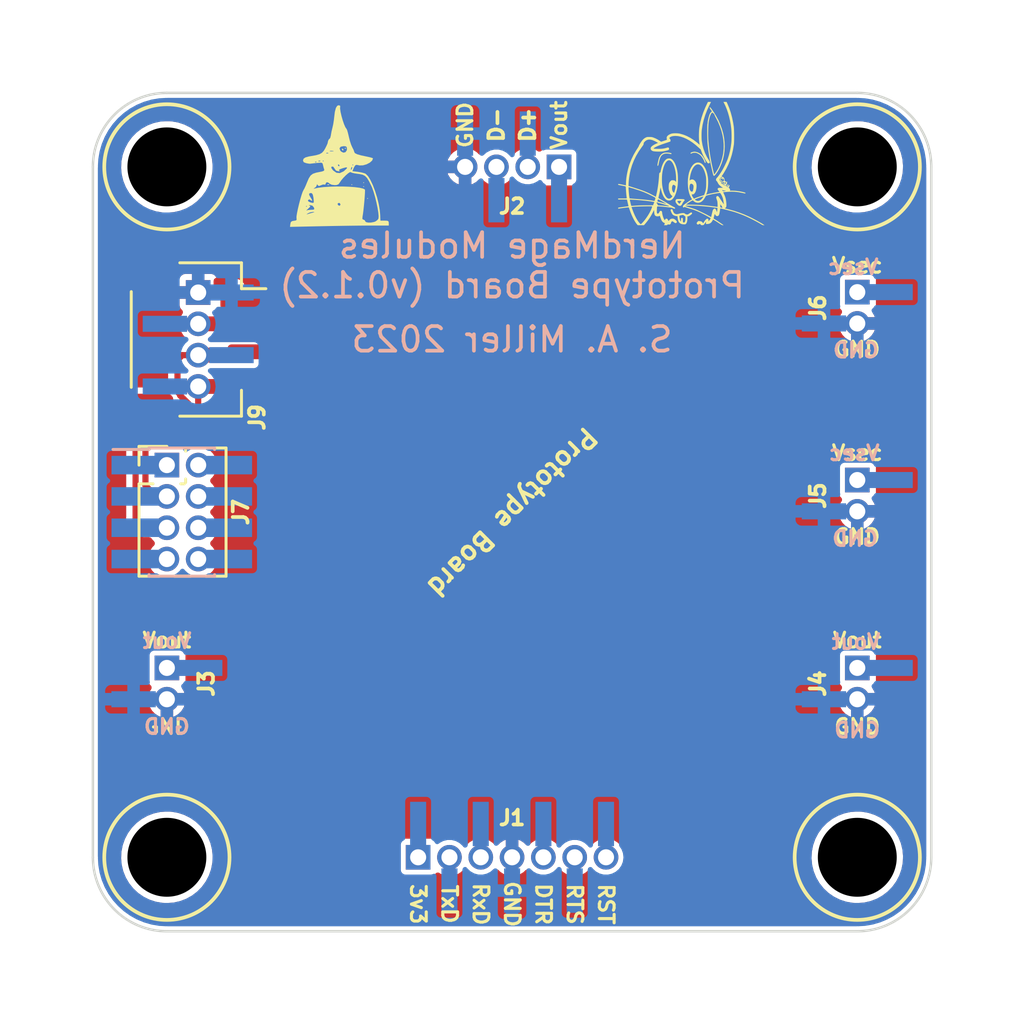
<source format=kicad_pcb>
(kicad_pcb (version 20211014) (generator pcbnew)
  (title_block (title "Prototype Board") (rev "0.1.2") (company "The Nerd Mage"))
  (layers (0 "F.Cu" signal) (31 "B.Cu" signal) (34 "B.Paste" user) (35 "F.Paste" user) (36 "B.SilkS" user "B.Silkscreen") (37 "F.SilkS" user "F.Silkscreen") (38 "B.Mask" user) (39 "F.Mask" user) (44 "Edge.Cuts" user))
  (net 0 "")
  (net 1 "UD+")
  (net 2 "UD-")
  (net 3 "GND")
  (net 4 "Vout")
  (net 9 "SDA")
  (net 10 "SCL")
  (net 11 "RESET")
  (net 12 "ATTACH")
  (net 13 "POWER_OK2")
  (net 14 "POWER_OK3")
  (net 15 "ALERT")
  (net 16 "GPIO")
  (net 17 "Vcc?")
  (net 18 "+3V3")
  (net 19 "IO3")
  (net 20 "IO1")
  (net 21 "/DTR")
  (net 22 "/RTS")
  (net 23 "RST")
  (footprint "Tinker:Mount" (layer "F.Cu") (at 114 114)
    (fp_text reference "REF**" hide)
    (fp_text value "Mount" hide)
    (pad "" np_thru_hole circle (at 0 0) (size 3.2 3.2) (drill 3.2) (layers *.Mask))
  )
  (footprint "Tinker:QWIIC_Stack_II" (layer "F.Cu") (at 87.27 93 -90)
    (fp_text reference "J9" (at 3.158643 -2.390416 90) (layer "F.SilkS") (effects (font (size 0.6 0.6))))
    (fp_text value "QWIIC_Stackable")
    (pad "1" smd rect (at -1.905 -1.35) (size 1.8 0.65) (layers "B.Cu" "B.Paste" "B.Mask") (net 3 "GND"))
    (pad "1" smd roundrect (at -1.5 -1.97 270) (size 0.6 1.55) (layers "F.Cu" "F.Paste" "F.Mask") (net 3 "GND"))
    (pad "1" thru_hole rect (at -1.905 0) (size 1 1) (drill 0.65) (layers *.Cu *.Mask) (net 3 "GND"))
    (pad "1" smd roundrect (at -1.905 -0.877656 270) (size 0.6 1.55) (layers "F.Cu" "F.Paste" "F.Mask") (net 3 "GND"))
    (pad "2" smd roundrect (at -0.5 -1.97 270) (size 0.6 1.55) (layers "F.Cu" "F.Paste" "F.Mask") (net 17 "Vcc?"))
    (pad "2" smd rect (at -0.635 1.35) (size 1.8 0.65) (layers "B.Cu" "B.Paste" "B.Mask") (net 17 "Vcc?"))
    (pad "2" thru_hole oval (at -0.635 0) (size 1 1) (drill 0.65) (layers *.Cu *.Mask) (net 17 "Vcc?"))
    (pad "2" smd roundrect (at -0.635 -0.877656 270) (size 0.6 1.55) (layers "F.Cu" "F.Paste" "F.Mask") (net 17 "Vcc?"))
    (pad "3" smd rect (at 0.635 -1.35) (size 1.8 0.65) (layers "B.Cu" "B.Paste" "B.Mask") (net 9 "SDA"))
    (pad "3" smd roundrect (at 0.5 -1.97 270) (size 0.6 1.55) (layers "F.Cu" "F.Paste" "F.Mask") (net 9 "SDA"))
    (pad "3" thru_hole oval (at 0.635 0) (size 1 1) (drill 0.65) (layers *.Cu *.Mask) (net 9 "SDA"))
    (pad "3" smd roundrect (at 0.635 -0.877656 270) (size 0.6 1.55) (layers "F.Cu" "F.Paste" "F.Mask") (net 9 "SDA"))
    (pad "4" smd rect (at 1.905 1.35) (size 1.8 0.65) (layers "B.Cu" "B.Paste" "B.Mask") (net 10 "SCL"))
    (pad "4" thru_hole oval (at 1.905 0) (size 1 1) (drill 0.65) (layers *.Cu *.Mask) (net 10 "SCL"))
    (pad "4" smd roundrect (at 1.5 -1.97 270) (size 0.6 1.55) (layers "F.Cu" "F.Paste" "F.Mask") (net 10 "SCL"))
    (pad "4" smd roundrect (at 1.905 -0.877656 270) (size 0.6 1.55) (layers "F.Cu" "F.Paste" "F.Mask") (net 10 "SCL"))
    (pad "MP" smd roundrect (at -2.8 1.905 270) (size 1.2 1.8) (layers "F.Cu" "F.Paste" "F.Mask") (roundrect_rratio 0.208333) (net 3 "GND"))
    (pad "MP" smd roundrect (at 2.8 1.905 270) (size 1.2 1.8) (layers "F.Cu" "F.Paste" "F.Mask") (roundrect_rratio 0.208333) (net 3 "GND"))
  )
  (footprint "Tinker:PinHeader_2x04_P1.27mm_Vertical" (layer "F.Cu") (at 86 98.095)
    (fp_text reference "J7" (at 3 1.905 90) (layer "F.SilkS") (effects (font (size 0.6 0.6))))
    (fp_text value "Conn_01x08_Male" hide)
    (pad "1" smd rect (at -1.195 0) (size 2.1 0.75) (layers "B.Cu" "B.Paste" "B.Mask") (net 11 "RESET"))
    (pad "1" thru_hole rect (at 0 0) (size 1 1) (drill 0.65) (layers *.Cu *.Mask) (net 11 "RESET"))
    (pad "2" smd rect (at 2.405 0) (size 2.1 0.75) (layers "B.Cu" "B.Paste" "B.Mask") (net 12 "ATTACH"))
    (pad "2" thru_hole oval (at 1.27 0) (size 1 1) (drill 0.65) (layers *.Cu *.Mask) (net 12 "ATTACH"))
    (pad "3" smd rect (at -1.195 1.27) (size 2.1 0.75) (layers "B.Cu" "B.Paste" "B.Mask") (net 10 "SCL"))
    (pad "3" thru_hole oval (at 0 1.27) (size 1 1) (drill 0.65) (layers *.Cu *.Mask) (net 10 "SCL"))
    (pad "4" thru_hole oval (at 1.27 1.27) (size 1 1) (drill 0.65) (layers *.Cu *.Mask) (net 13 "POWER_OK2"))
    (pad "4" smd rect (at 2.405 1.27) (size 2.1 0.75) (layers "B.Cu" "B.Paste" "B.Mask") (net 13 "POWER_OK2"))
    (pad "5" thru_hole oval (at 0 2.54) (size 1 1) (drill 0.65) (layers *.Cu *.Mask) (net 9 "SDA"))
    (pad "5" smd rect (at -1.195 2.54) (size 2.1 0.75) (layers "B.Cu" "B.Paste" "B.Mask") (net 9 "SDA"))
    (pad "6" smd rect (at 2.405 2.54) (size 2.1 0.75) (layers "B.Cu" "B.Paste" "B.Mask") (net 14 "POWER_OK3"))
    (pad "6" thru_hole oval (at 1.27 2.54) (size 1 1) (drill 0.65) (layers *.Cu *.Mask) (net 14 "POWER_OK3"))
    (pad "7" smd rect (at -1.195 3.81) (size 2.1 0.75) (layers "B.Cu" "B.Paste" "B.Mask") (net 15 "ALERT"))
    (pad "7" thru_hole oval (at 0 3.81) (size 1 1) (drill 0.65) (layers *.Cu *.Mask) (net 15 "ALERT"))
    (pad "8" thru_hole oval (at 1.27 3.81) (size 1 1) (drill 0.65) (layers *.Cu *.Mask) (net 16 "GPIO"))
    (pad "8" smd rect (at 2.405 3.81) (size 2.1 0.75) (layers "B.Cu" "B.Paste" "B.Mask") (net 16 "GPIO"))
  )
  (footprint "Tinker:Mount" (layer "F.Cu") (at 86 114)
    (fp_text reference "REF**" hide)
    (fp_text value "Mount" hide)
    (pad "" np_thru_hole circle (at 0 0) (size 3.2 3.2) (drill 3.2) (layers *.Mask))
  )
  (footprint "Tinker:DagNabbit" (layer "F.Cu") (at 107 86.5)
    (fp_text reference "REF**" hide)
    (fp_text value "DagNabbit" hide)
  )
  (footprint "Tinker:Board_Stacker_2" (layer "F.Cu") (at 114 106.32)
    (fp_text reference "J4" (at -1.6 0.635 90) (layer "F.SilkS") (effects (font (size 0.6 0.6))))
    (fp_text value "Conn_01x02_Male")
    (pad "1" thru_hole rect (at 0 0) (size 1 1) (drill 0.65) (layers *.Cu *.Mask))
    (pad "1" smd rect (at 1.35 0) (size 1.8 0.65) (layers "B.Cu" "B.Paste" "B.Mask"))
    (pad "2" thru_hole oval (at 0 1.27) (size 1 1) (drill 0.65) (layers *.Cu *.Mask) (net 3 "GND"))
    (pad "2" smd rect (at -1.35 1.27) (size 1.8 0.65) (layers "B.Cu" "B.Paste" "B.Mask") (net 3 "GND"))
  )
  (footprint "Tinker:Mount" (layer "F.Cu") (at 114 86)
    (fp_text reference "REF**" hide)
    (fp_text value "Mount" hide)
    (pad "" np_thru_hole circle (at 0 0) (size 3.2 3.2) (drill 3.2) (layers *.Mask))
  )
  (footprint "Tinker:Board_Stacker_4" (layer "F.Cu") (at 101.905 86 -90)
    (fp_text reference "J2" (at 1.6 1.905) (layer "F.SilkS") (effects (font (size 0.6 0.6))))
    (fp_text value "Conn_01x04_Male")
    (pad "1" smd rect (at 1.35 0 270) (size 1.8 0.65) (layers "B.Cu" "B.Paste" "B.Mask") (net 4 "Vout"))
    (pad "1" thru_hole rect (at 0 0 270) (size 1 1) (drill 0.65) (layers *.Cu *.Mask) (net 4 "Vout"))
    (pad "2" thru_hole oval (at 0 1.27 270) (size 1 1) (drill 0.65) (layers *.Cu *.Mask) (net 1 "UD+"))
    (pad "2" smd rect (at -1.35 1.27 270) (size 1.8 0.65) (layers "B.Cu" "B.Paste" "B.Mask") (net 1 "UD+"))
    (pad "3" thru_hole oval (at 0 2.54 270) (size 1 1) (drill 0.65) (layers *.Cu *.Mask) (net 2 "UD-"))
    (pad "3" smd rect (at 1.35 2.54 270) (size 1.8 0.65) (layers "B.Cu" "B.Paste" "B.Mask") (net 2 "UD-"))
    (pad "4" thru_hole oval (at 0 3.81 270) (size 1 1) (drill 0.65) (layers *.Cu *.Mask) (net 3 "GND"))
    (pad "4" smd rect (at -1.35 3.81 270) (size 1.8 0.65) (layers "B.Cu" "B.Paste" "B.Mask") (net 3 "GND"))
  )
  (footprint "Tinker:Board_Stacker_2" (layer "F.Cu") (at 86 106.32)
    (fp_text reference "J3" (at 1.6 0.635 90) (layer "F.SilkS") (effects (font (size 0.6 0.6))))
    (fp_text value "Conn_01x02_Male")
    (pad "1" smd rect (at 1.35 0) (size 1.8 0.65) (layers "B.Cu" "B.Paste" "B.Mask"))
    (pad "1" thru_hole rect (at 0 0) (size 1 1) (drill 0.65) (layers *.Cu *.Mask))
    (pad "2" smd rect (at -1.35 1.27) (size 1.8 0.65) (layers "B.Cu" "B.Paste" "B.Mask") (net 3 "GND"))
    (pad "2" thru_hole oval (at 0 1.27) (size 1 1) (drill 0.65) (layers *.Cu *.Mask) (net 3 "GND"))
  )
  (footprint "Tinker:Board_Stacker_7" (layer "F.Cu") (at 96.19 114 90)
    (fp_text reference "J1" (at 1.6 3.81) (layer "F.SilkS") (effects (font (size 0.6 0.6))))
    (fp_text value "Conn_01x07_Male")
    (pad "1" thru_hole rect (at 0 0 90) (size 1 1) (drill 0.65) (layers *.Cu *.Mask) (net 18 "+3V3"))
    (pad "1" smd rect (at 1.35 0 90) (size 1.8 0.65) (layers "B.Cu" "B.Paste" "B.Mask") (net 18 "+3V3"))
    (pad "2" smd rect (at -1.35 1.27 90) (size 1.8 0.65) (layers "B.Cu" "B.Paste" "B.Mask") (net 19 "IO3"))
    (pad "2" thru_hole oval (at 0 1.27 90) (size 1 1) (drill 0.65) (layers *.Cu *.Mask) (net 19 "IO3"))
    (pad "3" thru_hole oval (at 0 2.54 90) (size 1 1) (drill 0.65) (layers *.Cu *.Mask) (net 20 "IO1"))
    (pad "3" smd rect (at 1.35 2.54 90) (size 1.8 0.65) (layers "B.Cu" "B.Paste" "B.Mask") (net 20 "IO1"))
    (pad "4" thru_hole oval (at 0 3.81 90) (size 1 1) (drill 0.65) (layers *.Cu *.Mask) (net 3 "GND"))
    (pad "4" smd rect (at -1.35 3.81 90) (size 1.8 0.65) (layers "B.Cu" "B.Paste" "B.Mask") (net 3 "GND"))
    (pad "5" thru_hole oval (at 0 5.08 90) (size 1 1) (drill 0.65) (layers *.Cu *.Mask) (net 21 "/DTR"))
    (pad "5" smd rect (at 1.35 5.08 90) (size 1.8 0.65) (layers "B.Cu" "B.Paste" "B.Mask") (net 21 "/DTR"))
    (pad "6" smd rect (at -1.35 6.35 90) (size 1.8 0.65) (layers "B.Cu" "B.Paste" "B.Mask") (net 22 "/RTS"))
    (pad "6" thru_hole oval (at 0 6.35 90) (size 1 1) (drill 0.65) (layers *.Cu *.Mask) (net 22 "/RTS"))
    (pad "7" smd rect (at 1.35 7.62 90) (size 1.8 0.65) (layers "B.Cu" "B.Paste" "B.Mask") (net 23 "RST"))
    (pad "7" thru_hole oval (at 0 7.62 90) (size 1 1) (drill 0.65) (layers *.Cu *.Mask) (net 23 "RST"))
  )
  (footprint "Tinker:Board_Stacker_2" (layer "F.Cu") (at 114 91.08)
    (fp_text reference "J6" (at -1.6 0.635 90) (layer "F.SilkS") (effects (font (size 0.6 0.6))))
    (fp_text value "Conn_01x02_Male")
    (pad "1" thru_hole rect (at 0 0) (size 1 1) (drill 0.65) (layers *.Cu *.Mask))
    (pad "1" smd rect (at 1.35 0) (size 1.8 0.65) (layers "B.Cu" "B.Paste" "B.Mask"))
    (pad "2" smd rect (at -1.35 1.27) (size 1.8 0.65) (layers "B.Cu" "B.Paste" "B.Mask") (net 3 "GND"))
    (pad "2" thru_hole oval (at 0 1.27) (size 1 1) (drill 0.65) (layers *.Cu *.Mask) (net 3 "GND"))
  )
  (footprint "Tinker:Board_Stacker_2" (layer "F.Cu") (at 114 98.7)
    (fp_text reference "J5" (at -1.6 0.635 90) (layer "F.SilkS") (effects (font (size 0.6 0.6))))
    (fp_text value "Conn_01x02_Male")
    (pad "1" smd rect (at 1.35 0) (size 1.8 0.65) (layers "B.Cu" "B.Paste" "B.Mask"))
    (pad "1" thru_hole rect (at 0 0) (size 1 1) (drill 0.65) (layers *.Cu *.Mask))
    (pad "2" thru_hole oval (at 0 1.27) (size 1 1) (drill 0.65) (layers *.Cu *.Mask) (net 3 "GND"))
    (pad "2" smd rect (at -1.35 1.27) (size 1.8 0.65) (layers "B.Cu" "B.Paste" "B.Mask") (net 3 "GND"))
  )
  (footprint "Tinker:Mount" (layer "F.Cu") (at 86 86)
    (fp_text reference "REF**" hide)
    (fp_text value "Mount" hide)
    (pad "" np_thru_hole circle (at 0 0) (size 3.2 3.2) (drill 3.2) (layers *.Mask))
  )
  (footprint "Tinker:NerdMage" (layer "F.Cu") (at 93 85.9)
    (fp_text reference "G***" hide)
    (fp_text value "LOGO" hide)
  )
  (gr_line (start 117 86) (end 117 114) (layer "Edge.Cuts") (width 0.1))
  (gr_arc (start 86 117) (mid 83.87868 116.12132) (end 83 114) (layer "Edge.Cuts") (width 0.1))
  (gr_arc (start 83 86) (mid 83.87868 83.87868) (end 86 83) (layer "Edge.Cuts") (width 0.1))
  (gr_line (start 86 83) (end 114 83) (layer "Edge.Cuts") (width 0.1))
  (gr_line (start 83 114) (end 83 86) (layer "Edge.Cuts") (width 0.1))
  (gr_arc (start 114 83) (mid 116.12132 83.87868) (end 117 86) (layer "Edge.Cuts") (width 0.1))
  (gr_line (start 86 117) (end 114 117) (layer "Edge.Cuts") (width 0.1))
  (gr_arc (start 117 114) (mid 116.12132 116.12132) (end 114 117) (layer "Edge.Cuts") (width 0.1))
  (gr_text "NerdMage Modules\n${TITLE} (v${REVISION})" (at 100 90) (layer "B.SilkS") (effects (font (size 1 1)) (justify mirror)))
  (gr_text "GND" (at 113.911636 101.079492) (layer "B.SilkS") (effects (font (size 0.6 0.6) (thickness 0.125)) (justify mirror)))
  (gr_text "GND" (at 85.995908 108.702728) (layer "B.SilkS") (effects (font (size 0.6 0.6) (thickness 0.125)) (justify mirror)))
  (gr_text "Vout" (at 113.950572 105.258488) (layer "B.SilkS") (effects (font (size 0.6 0.6) (thickness 0.125)) (justify mirror)))
  (gr_text "GND" (at 113.946688 93.440074) (layer "B.SilkS") (effects (font (size 0.6 0.6) (thickness 0.125)) (justify mirror)))
  (gr_text "Vsec" (at 113.872799 97.603635) (layer "B.SilkS") (effects (font (size 0.6 0.6) (thickness 0.125)) (justify mirror)))
  (gr_text "Vsec" (at 113.830179 90.061308) (layer "B.SilkS") (effects (font (size 0.6 0.6) (thickness 0.125)) (justify mirror)))
  (gr_text "GND" (at 113.997176 108.84697) (layer "B.SilkS") (effects (font (size 0.6 0.6) (thickness 0.125)) (justify mirror)))
  (gr_text "S. A. Miller 2023" (at 100 93) (layer "B.SilkS") (effects (font (size 1 1)) (justify mirror)))
  (gr_text "Vout" (at 86.009393 105.223635) (layer "B.SilkS") (effects (font (size 0.6 0.6) (thickness 0.125)) (justify mirror)))
  (gr_text "TxD" (at 97.46 115.9 270) (layer "F.SilkS") (effects (font (size 0.6 0.6) (thickness 0.125))))
  (gr_text "RTS" (at 102.54 115.9 270) (layer "F.SilkS") (effects (font (size 0.6 0.6) (thickness 0.125))))
  (gr_text "Vout" (at 114 105.2) (layer "F.SilkS") (effects (font (size 0.6 0.6) (thickness 0.125))))
  (gr_text "RST" (at 103.81 115.9 270) (layer "F.SilkS") (effects (font (size 0.6 0.6) (thickness 0.125))))
  (gr_text "GND" (at 114 93.4) (layer "F.SilkS") (effects (font (size 0.6 0.6) (thickness 0.125))))
  (gr_text "GND" (at 100 115.9 270) (layer "F.SilkS") (effects (font (size 0.6 0.6) (thickness 0.125))))
  (gr_text "D-" (at 99.365 84.3 90) (layer "F.SilkS") (effects (font (size 0.6 0.6))))
  (gr_text "D+" (at 100.635 84.3 90) (layer "F.SilkS") (effects (font (size 0.6 0.6))))
  (gr_text "GND" (at 114 101) (layer "F.SilkS") (effects (font (size 0.6 0.6) (thickness 0.125))))
  (gr_text "GND" (at 98.095 84.3 90) (layer "F.SilkS") (effects (font (size 0.6 0.6) (thickness 0.125))))
  (gr_text "GND" (at 114 108.7) (layer "F.SilkS") (effects (font (size 0.6 0.6) (thickness 0.125))))
  (gr_text "DTR" (at 101.27 115.9 270) (layer "F.SilkS") (effects (font (size 0.6 0.6) (thickness 0.125))))
  (gr_text "GND" (at 86 108.7) (layer "F.SilkS") (effects (font (size 0.6 0.6) (thickness 0.125))))
  (gr_text "${TITLE}" (at 100 100 225) (layer "F.SilkS") (effects (font (size 0.75 0.75))))
  (gr_text "Vout" (at 101.905 84.3 90) (layer "F.SilkS") (effects (font (size 0.6 0.6) (thickness 0.125))))
  (gr_text "Vsec" (at 114 97.6) (layer "F.SilkS") (effects (font (size 0.6 0.6) (thickness 0.125))))
  (gr_text "Vout" (at 86 105.2) (layer "F.SilkS") (effects (font (size 0.6 0.6) (thickness 0.125))))
  (gr_text "Vsec" (at 114 90) (layer "F.SilkS") (effects (font (size 0.6 0.6) (thickness 0.125))))
  (gr_text "3v3" (at 96.19 115.9 270) (layer "F.SilkS") (effects (font (size 0.6 0.6) (thickness 0.125))))
  (gr_text "RxD" (at 98.73 115.9 270) (layer "F.SilkS") (effects (font (size 0.6 0.6) (thickness 0.125))))
  (segment (start 86.54 95.271016) (end 86.54 95.232538) (width 0.25) (layer "F.Cu") (net 9))
  (segment (start 86.87 96.328789) (end 86.87 95.601016) (width 0.25) (layer "F.Cu") (net 9))
  (segment (start 86.430549 95.123087) (end 86.430549 93.828541) (width 0.25) (layer "F.Cu") (net 9))
  (segment (start 86.87 95.601016) (end 86.54 95.271016) (width 0.25) (layer "F.Cu") (net 9))
  (segment (start 85.107112 100.635) (end 84.731371 100.259259) (width 0.25) (layer "F.Cu") (net 9))
  (segment (start 86.473804 96.724985) (end 86.87 96.328789) (width 0.25) (layer "F.Cu") (net 9))
  (segment (start 85.276179 96.724985) (end 86.473804 96.724985) (width 0.25) (layer "F.Cu") (net 9))
  (segment (start 86.62409 93.635) (end 87.27 93.635) (width 0.25) (layer "F.Cu") (net 9))
  (segment (start 84.731371 100.259259) (end 84.731371 97.269793) (width 0.25) (layer "F.Cu") (net 9))
  (segment (start 86.430549 93.828541) (end 86.62409 93.635) (width 0.25) (layer "F.Cu") (net 9))
  (segment (start 86.03 100.635) (end 85.107112 100.635) (width 0.25) (layer "F.Cu") (net 9))
  (segment (start 84.731371 97.269793) (end 85.276179 96.724985) (width 0.25) (layer "F.Cu") (net 9))
  (segment (start 86.54 95.232538) (end 86.430549 95.123087) (width 0.25) (layer "F.Cu") (net 9))
  (segment (start 86.578692 97.199946) (end 85.373966 97.199946) (width 0.25) (layer "F.Cu") (net 10))
  (segment (start 85.131371 98.927045) (end 85.513661 99.309335) (width 0.25) (layer "F.Cu") (net 10))
  (segment (start 87.27 94.905) (end 87.27 96.508638) (width 0.25) (layer "F.Cu") (net 10))
  (segment (start 85.373966 97.199946) (end 85.131371 97.442541) (width 0.25) (layer "F.Cu") (net 10))
  (segment (start 85.131371 97.442541) (end 85.131371 98.927045) (width 0.25) (layer "F.Cu") (net 10))
  (segment (start 87.27 96.508638) (end 86.578692 97.199946) (width 0.25) (layer "F.Cu") (net 10))
  (zone (net 3) (net_name "GND") (layer "F.Cu") (connect_pads (clearance 0.254)) (min_thickness 0.254) (fill yes (thermal_gap 0.254) (thermal_bridge_width 0.508))
    (polygon (pts (xy 118.582229 117.809465) (xy 81.651499 117.809467) (xy 81.651498 82.584881) (xy 118.582228 82.584879)))
  )
  (zone (net 3) (net_name "GND") (layer "B.Cu") (connect_pads (clearance 0.2)) (min_thickness 0.2) (fill yes (thermal_gap 0.254) (thermal_bridge_width 0.508))
    (polygon (pts (xy 119.380001 118.507005) (xy 80.682697 118.507005) (xy 80.682697 82.09421) (xy 119.380001 82.09421)))
  )
)
</source>
